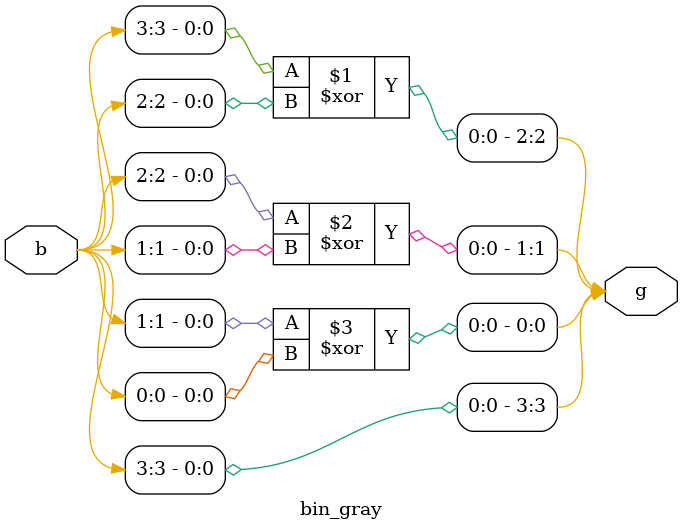
<source format=v>
module bin_gray(input [3:0]b, output [3:0]g);

assign g[3]=b[3];
assign g[2]=b[3]^b[2];
assign g[1]=b[2]^b[1];
assign g[0]=b[1]^b[0];

endmodule

</source>
